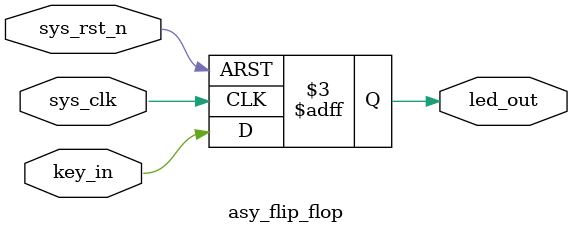
<source format=v>
module asy_flip_flop(
 input sys_clk,
 input sys_rst_n,
 input key_in,
 output reg led_out
);

always@(posedge sys_clk or negedge sys_rst_n)

if(sys_rst_n == 1'b0)
 led_out <= 1'b0;
else
 led_out <= key_in;
 
endmodule
</source>
